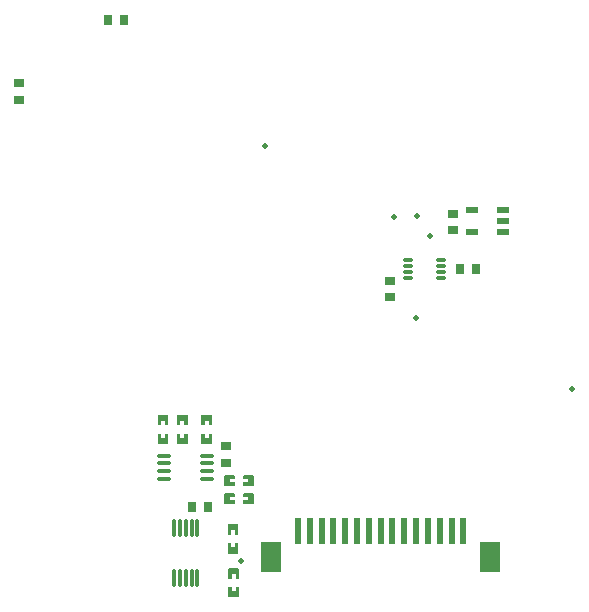
<source format=gtp>
G04 Layer: TopPasteMaskLayer*
G04 EasyEDA Pro v2.1.49.573a4102.674264, 2024-02-19 19:22:48*
G04 Gerber Generator version 0.3*
G04 Scale: 100 percent, Rotated: No, Reflected: No*
G04 Dimensions in millimeters*
G04 Leading zeros omitted, absolute positions, 3 integers and 5 decimals*
%FSLAX35Y35*%
%MOMM*%
%AMOval*1,1,$1,$2,$3*1,1,$1,$4,$5*20,1,$1,$2,$3,$4,$5,0*%
%ADD10C,0.5*%
%ADD11R,0.59995X2.2*%
%ADD12R,1.8X2.59999*%
%ADD13R,0.8X0.9*%
%ADD14R,0.9X0.8*%
%ADD15R,0.8X0.9*%
%ADD16O,0.905X0.28001*%
%ADD17O,0.28001X1.62001*%
%ADD18R,1.0X0.6*%
%ADD19R,0.9X0.8*%
%ADD20Oval,0.4X0.4X0.0X-0.4X0.0*%
G75*


G04 PolygonModel Start*
G36*
G01X2046158Y-5197497D02*
G01X2046158Y-5117497D01*
G01X2041157Y-5112495D01*
G01X2018360D01*
G01Y-5149496D01*
G01X1985361D01*
G01Y-5112495D01*
G01X1961157D01*
G01X1956158Y-5117497D01*
G01Y-5197497D01*
G01X1961157Y-5202495D01*
G01X2041157D01*
G01X2046158Y-5197497D01*
G37*
G36*
G01X2041157Y-5042496D02*
G01X2018360Y-5042496D01*
G01Y-5004497D01*
G01X1985361D01*
G01Y-5042496D01*
G01X1961157D01*
G01X1956158Y-5037497D01*
G01Y-4958498D01*
G01X1961157Y-4953497D01*
G01X2041157D01*
G01X2046158Y-4958498D01*
G01Y-5037497D01*
G01X2041157Y-5042496D01*
G37*
G36*
G01X1452667Y-4270626D02*
G01X1452667Y-4190627D01*
G01X1447665Y-4185625D01*
G01X1424869D01*
G01Y-4222626D01*
G01X1391869D01*
G01Y-4185625D01*
G01X1367666D01*
G01X1362667Y-4190627D01*
G01Y-4270626D01*
G01X1367666Y-4275625D01*
G01X1447665D01*
G01X1452667Y-4270626D01*
G37*
G36*
G01X1447665Y-4115625D02*
G01X1424869Y-4115625D01*
G01Y-4077627D01*
G01X1391869D01*
G01Y-4115625D01*
G01X1367666D01*
G01X1362667Y-4110627D01*
G01Y-4031628D01*
G01X1367666Y-4026626D01*
G01X1447665D01*
G01X1452667Y-4031628D01*
G01Y-4110627D01*
G01X1447665Y-4115625D01*
G37*
G36*
G01X1617124Y-4270626D02*
G01X1617124Y-4190627D01*
G01X1612123Y-4185625D01*
G01X1589326D01*
G01Y-4222626D01*
G01X1556327D01*
G01Y-4185625D01*
G01X1532123D01*
G01X1527124Y-4190627D01*
G01Y-4270626D01*
G01X1532123Y-4275625D01*
G01X1612123D01*
G01X1617124Y-4270626D01*
G37*
G36*
G01X1612123Y-4115625D02*
G01X1589326Y-4115625D01*
G01Y-4077627D01*
G01X1556327D01*
G01Y-4115625D01*
G01X1532123D01*
G01X1527124Y-4110627D01*
G01Y-4031628D01*
G01X1532123Y-4026626D01*
G01X1612123D01*
G01X1617124Y-4031628D01*
G01Y-4110627D01*
G01X1612123Y-4115625D01*
G37*
G36*
G01X2051599Y-5567802D02*
G01X2051599Y-5487802D01*
G01X2046597Y-5482801D01*
G01X2023801D01*
G01Y-5519801D01*
G01X1990801D01*
G01Y-5482801D01*
G01X1966598D01*
G01X1961599Y-5487802D01*
G01Y-5567802D01*
G01X1966598Y-5572801D01*
G01X2046597D01*
G01X2051599Y-5567802D01*
G37*
G36*
G01X2046597Y-5412801D02*
G01X2023801Y-5412801D01*
G01Y-5374803D01*
G01X1990801D01*
G01Y-5412801D01*
G01X1966598D01*
G01X1961599Y-5407802D01*
G01Y-5328803D01*
G01X1966598Y-5323802D01*
G01X2046597D01*
G01X2051599Y-5328803D01*
G01Y-5407802D01*
G01X2046597Y-5412801D01*
G37*
G36*
G01X1824038Y-4271513D02*
G01X1824038Y-4191513D01*
G01X1819036Y-4186512D01*
G01X1796240D01*
G01Y-4223512D01*
G01X1763240D01*
G01Y-4186512D01*
G01X1739036D01*
G01X1734038Y-4191513D01*
G01Y-4271513D01*
G01X1739036Y-4276512D01*
G01X1819036D01*
G01X1824038Y-4271513D01*
G37*
G36*
G01X1819036Y-4116512D02*
G01X1796240Y-4116512D01*
G01Y-4078514D01*
G01X1763240D01*
G01Y-4116512D01*
G01X1739036D01*
G01X1734038Y-4111513D01*
G01Y-4032514D01*
G01X1739036Y-4027513D01*
G01X1819036D01*
G01X1824038Y-4032514D01*
G01Y-4111513D01*
G01X1819036Y-4116512D01*
G37*
G36*
G01X2172109Y-4691212D02*
G01X2092109Y-4691212D01*
G01X2087108Y-4696214D01*
G01Y-4719010D01*
G01X2124108D01*
G01Y-4752010D01*
G01X2087108D01*
G01Y-4776213D01*
G01X2092109Y-4781212D01*
G01X2172109D01*
G01X2177108Y-4776213D01*
G01Y-4696214D01*
G01X2172109Y-4691212D01*
G37*
G36*
G01X2017108Y-4696214D02*
G01X2017108Y-4719010D01*
G01X1979110D01*
G01Y-4752010D01*
G01X2017108D01*
G01Y-4776213D01*
G01X2012109Y-4781212D01*
G01X1933110D01*
G01X1928109Y-4776213D01*
G01Y-4696214D01*
G01X1933110Y-4691212D01*
G01X2012109D01*
G01X2017108Y-4696214D01*
G37*
G36*
G01X2172752Y-4538812D02*
G01X2092752Y-4538812D01*
G01X2087750Y-4543814D01*
G01Y-4566610D01*
G01X2124751D01*
G01Y-4599610D01*
G01X2087750D01*
G01Y-4623813D01*
G01X2092752Y-4628812D01*
G01X2172752D01*
G01X2177750Y-4623813D01*
G01Y-4543814D01*
G01X2172752Y-4538812D01*
G37*
G36*
G01X2017751Y-4543814D02*
G01X2017751Y-4566610D01*
G01X1979752D01*
G01Y-4599610D01*
G01X2017751D01*
G01Y-4623813D01*
G01X2012752Y-4628812D01*
G01X1933753D01*
G01X1928752Y-4623813D01*
G01Y-4543814D01*
G01X1933753Y-4538812D01*
G01X2012752D01*
G01X2017751Y-4543814D01*
G37*
G04 PolygonModel End*

G04 Pad Start*
G54D10*
G01X2275021Y-1751420D03*
G01X3670421Y-2511820D03*
G01X3552920Y-3210320D03*
G01X3365500Y-2349500D03*
G01X3562420Y-2345120D03*
G01X2070221Y-5264520D03*
G01X4875320Y-3808820D03*
G54D11*
G01X2551201Y-5007686D03*
G01X2651252Y-5007686D03*
G01X2751201Y-5007686D03*
G01X2851201Y-5007686D03*
G01X2951201Y-5007686D03*
G01X3051099Y-5007686D03*
G01X3151276Y-5007686D03*
G01X3251276Y-5007686D03*
G01X3351276Y-5007686D03*
G01X3451276Y-5007686D03*
G01X3551276Y-5007686D03*
G01X3651275Y-5007686D03*
G01X3751224Y-5007686D03*
G01X3851148Y-5007686D03*
G01X3951199Y-5007686D03*
G54D12*
G01X2321281Y-5228514D03*
G01X4181119Y-5228311D03*
G54D13*
G01X4060774Y-2788564D03*
G01X3920769Y-2788564D03*
G54D14*
G01X3329724Y-3033166D03*
G01X3329724Y-2893162D03*
G54D15*
G01X1651000Y-4806798D03*
G01X1791005Y-4806798D03*
G54D16*
G01X3479241Y-2718994D03*
G01X3479241Y-2769006D03*
G01X3479241Y-2818994D03*
G01X3479241Y-2869006D03*
G01X3759759Y-2718994D03*
G01X3759759Y-2769006D03*
G01X3759759Y-2818994D03*
G01X3759759Y-2869006D03*
G54D17*
G01X1500200Y-5405298D03*
G01X1550213Y-5405298D03*
G01X1600200Y-5405298D03*
G01X1650213Y-5405298D03*
G01X1700200Y-5405298D03*
G01X1500200Y-4983302D03*
G01X1550213Y-4983302D03*
G01X1600200Y-4983302D03*
G01X1650213Y-4983302D03*
G01X1700200Y-4983302D03*
G54D18*
G01X4022890Y-2482596D03*
G01X4022890Y-2292604D03*
G01X4282910Y-2292604D03*
G01X4282910Y-2387600D03*
G01X4282910Y-2482596D03*
G54D19*
G01X3863772Y-2325225D03*
G01X3863772Y-2465230D03*
G54D20*
G01X1417701Y-4372889D03*
G01X1417701Y-4437888D03*
G01X1417701Y-4502912D03*
G01X1417701Y-4567911D03*
G01X1782699Y-4567911D03*
G01X1782699Y-4502912D03*
G01X1782699Y-4437888D03*
G01X1782699Y-4372889D03*
G54D14*
G01X1944139Y-4431899D03*
G01X1944139Y-4291894D03*
G54D19*
G01X192187Y-1220325D03*
G01X192187Y-1360330D03*
G54D15*
G01X938609Y-680728D03*
G01X1078614Y-680728D03*
G04 Pad End*

M02*

</source>
